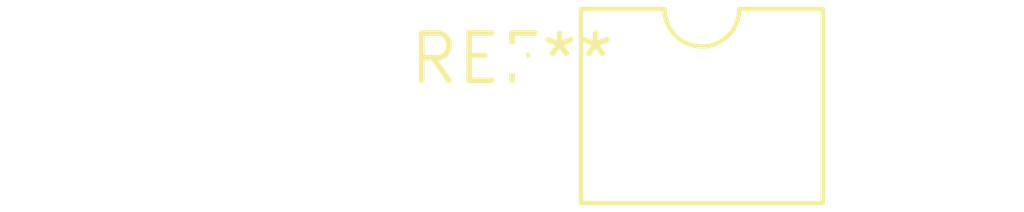
<source format=kicad_pcb>
(kicad_pcb (version 20240108) (generator pcbnew)
  (layers (0 "F.Cu" signal) (31 "B.Cu" signal) (34 "B.Paste" user) (35 "F.Paste" user) (36 "B.SilkS" user "B.Silkscreen") (37 "F.SilkS" user "F.Silkscreen") (38 "B.Mask" user) (39 "F.Mask" user) (44 "Edge.Cuts" user))
  (net 0 "")
  (footprint "DIP-4_W10.16mm_LongPads" (layer "F.Cu") (at 0 0)
    (property "Reference" "REF**")
    (property "Value" "DIP-4_W10.16mm_LongPads")
    (fp_line (start 1.845 -1.33) (end 1.845 3.87) (layer "F.SilkS") (stroke (width 0.12)))
    (fp_line (start 1.845 3.87) (end 8.315 3.87) (layer "F.SilkS") (stroke (width 0.12)))
    (fp_line (start 4.08 -1.33) (end 1.845 -1.33) (layer "F.SilkS") (stroke (width 0.12)))
    (fp_line (start 8.315 -1.33) (end 6.08 -1.33) (layer "F.SilkS") (stroke (width 0.12)))
    (fp_line (start 8.315 3.87) (end 8.315 -1.33) (layer "F.SilkS") (stroke (width 0.12)))
    (fp_arc (start 6.08 -1.33) (mid 5.08 -0.33) (end 4.08 -1.33) (layer "F.SilkS") (stroke (width 0.12)))
    (pad "1" thru_hole rect (at 0 0) (size 2.4 1.6) (drill 0.8) (layers *.Cu *.Mask) (remove_unused_layers))
    (pad "2" thru_hole oval (at 0 2.54) (size 2.4 1.6) (drill 0.8) (layers *.Cu *.Mask) (remove_unused_layers))
    (pad "3" thru_hole oval (at 10.16 2.54) (size 2.4 1.6) (drill 0.8) (layers *.Cu *.Mask) (remove_unused_layers))
    (pad "4" thru_hole oval (at 10.16 0) (size 2.4 1.6) (drill 0.8) (layers *.Cu *.Mask) (remove_unused_layers))
  )
)
</source>
